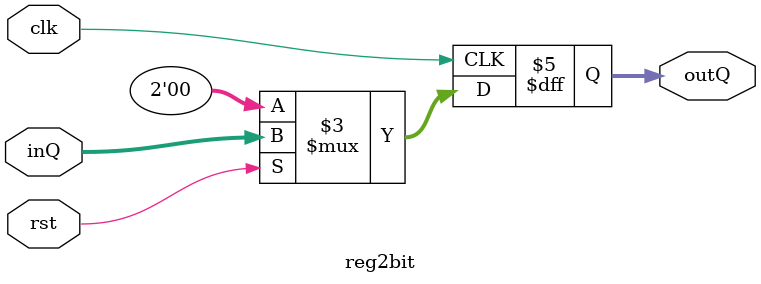
<source format=v>
`timescale 1ns / 1ps
module reg2bit(
    input wire clk,
	 input wire rst,
    input wire [1:0] inQ,
    output reg [1:0] outQ
    );
	 
	 always @(negedge clk)
	 begin
	   outQ <=inQ;
	   if(rst==0) outQ <= 2'b00;
	 end


endmodule

</source>
